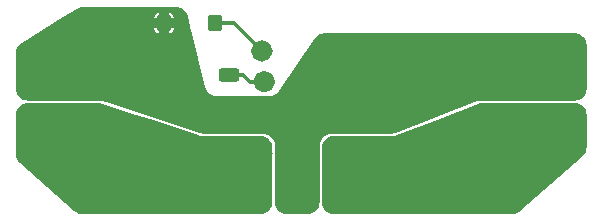
<source format=gbr>
%TF.GenerationSoftware,KiCad,Pcbnew,9.0.0-rc3*%
%TF.CreationDate,2025-03-08T22:35:06-05:00*%
%TF.ProjectId,reggie_jig,72656767-6965-45f6-9a69-672e6b696361,rev?*%
%TF.SameCoordinates,Original*%
%TF.FileFunction,Copper,L1,Top*%
%TF.FilePolarity,Positive*%
%FSLAX46Y46*%
G04 Gerber Fmt 4.6, Leading zero omitted, Abs format (unit mm)*
G04 Created by KiCad (PCBNEW 9.0.0-rc3) date 2025-03-08 22:35:06*
%MOMM*%
%LPD*%
G01*
G04 APERTURE LIST*
G04 Aperture macros list*
%AMRoundRect*
0 Rectangle with rounded corners*
0 $1 Rounding radius*
0 $2 $3 $4 $5 $6 $7 $8 $9 X,Y pos of 4 corners*
0 Add a 4 corners polygon primitive as box body*
4,1,4,$2,$3,$4,$5,$6,$7,$8,$9,$2,$3,0*
0 Add four circle primitives for the rounded corners*
1,1,$1+$1,$2,$3*
1,1,$1+$1,$4,$5*
1,1,$1+$1,$6,$7*
1,1,$1+$1,$8,$9*
0 Add four rect primitives between the rounded corners*
20,1,$1+$1,$2,$3,$4,$5,0*
20,1,$1+$1,$4,$5,$6,$7,0*
20,1,$1+$1,$6,$7,$8,$9,0*
20,1,$1+$1,$8,$9,$2,$3,0*%
G04 Aperture macros list end*
%TA.AperFunction,Conductor*%
%ADD10C,0.905000*%
%TD*%
%TA.AperFunction,SMDPad,CuDef*%
%ADD11RoundRect,0.250000X-0.365000X-0.430000X0.365000X-0.430000X0.365000X0.430000X-0.365000X0.430000X0*%
%TD*%
%TA.AperFunction,SMDPad,CuDef*%
%ADD12RoundRect,0.250000X-0.625000X0.312500X-0.625000X-0.312500X0.625000X-0.312500X0.625000X0.312500X0*%
%TD*%
%TA.AperFunction,ViaPad*%
%ADD13C,4.000000*%
%TD*%
%TA.AperFunction,Conductor*%
%ADD14C,0.300000*%
%TD*%
G04 APERTURE END LIST*
%TO.N,EN*%
D10*
X125852500Y-111100000D02*
G75*
G02*
X124947500Y-111100000I-452500J0D01*
G01*
X124947500Y-111100000D02*
G75*
G02*
X125852500Y-111100000I452500J0D01*
G01*
%TO.N,GND*%
X127852500Y-119800000D02*
G75*
G02*
X126947500Y-119800000I-452500J0D01*
G01*
X126947500Y-119800000D02*
G75*
G02*
X127852500Y-119800000I452500J0D01*
G01*
%TO.N,VOUT*%
X131852500Y-119800000D02*
G75*
G02*
X130947500Y-119800000I-452500J0D01*
G01*
X130947500Y-119800000D02*
G75*
G02*
X131852500Y-119800000I452500J0D01*
G01*
%TO.N,FB*%
X126052500Y-113700000D02*
G75*
G02*
X125147500Y-113700000I-452500J0D01*
G01*
X125147500Y-113700000D02*
G75*
G02*
X126052500Y-113700000I452500J0D01*
G01*
%TO.N,GND*%
X129852500Y-119800000D02*
G75*
G02*
X128947500Y-119800000I-452500J0D01*
G01*
X128947500Y-119800000D02*
G75*
G02*
X129852500Y-119800000I452500J0D01*
G01*
%TO.N,VIN*%
X125852500Y-119800000D02*
G75*
G02*
X124947500Y-119800000I-452500J0D01*
G01*
X124947500Y-119800000D02*
G75*
G02*
X125852500Y-119800000I452500J0D01*
G01*
%TD*%
D11*
%TO.P,REF\u002A\u002A,1*%
%TO.N,GND*%
X117120000Y-108750000D03*
%TO.P,REF\u002A\u002A,2*%
%TO.N,EN*%
X121480000Y-108750000D03*
%TD*%
D12*
%TO.P,REF\u002A\u002A,1*%
%TO.N,FB*%
X122600000Y-113137500D03*
%TO.P,REF\u002A\u002A,2*%
%TO.N,GND*%
X122600000Y-116062500D03*
%TD*%
D13*
%TO.N,VOUT*%
X149800000Y-118500000D03*
%TO.N,GND*%
X149800000Y-112500000D03*
%TO.N,VIN*%
X107800000Y-118500000D03*
%TO.N,GND*%
X107800000Y-112500000D03*
%TD*%
D14*
%TO.N,FB*%
X124400000Y-113700000D02*
X125600000Y-113700000D01*
X123837500Y-113137500D02*
X124400000Y-113700000D01*
X122600000Y-113137500D02*
X123837500Y-113137500D01*
%TO.N,EN*%
X123050000Y-108750000D02*
X121480000Y-108750000D01*
X125400000Y-111100000D02*
X123050000Y-108750000D01*
%TD*%
%TA.AperFunction,Conductor*%
%TO.N,VOUT*%
G36*
X152088968Y-115518612D02*
G01*
X152100975Y-115521000D01*
X152276799Y-115574335D01*
X152288109Y-115579020D01*
X152450139Y-115665627D01*
X152460327Y-115672434D01*
X152602348Y-115788988D01*
X152611011Y-115797651D01*
X152727565Y-115939672D01*
X152734372Y-115949860D01*
X152820977Y-116111886D01*
X152825666Y-116123205D01*
X152878998Y-116299020D01*
X152881388Y-116311037D01*
X152899699Y-116496943D01*
X152900000Y-116503069D01*
X152900000Y-119226959D01*
X152899650Y-119233561D01*
X152878389Y-119433723D01*
X152875616Y-119446630D01*
X152813821Y-119634704D01*
X152808398Y-119646742D01*
X152708477Y-119817636D01*
X152700647Y-119828266D01*
X152564803Y-119976823D01*
X152560090Y-119981458D01*
X147285861Y-124647123D01*
X147281468Y-124650668D01*
X147142607Y-124752706D01*
X147132937Y-124758545D01*
X146980529Y-124832665D01*
X146969962Y-124836668D01*
X146806709Y-124882131D01*
X146795592Y-124884166D01*
X146623989Y-124899744D01*
X146618339Y-124900000D01*
X131503070Y-124900000D01*
X131496944Y-124899699D01*
X131311037Y-124881388D01*
X131299020Y-124878998D01*
X131123205Y-124825666D01*
X131111886Y-124820977D01*
X130949860Y-124734372D01*
X130939672Y-124727565D01*
X130797651Y-124611011D01*
X130788988Y-124602348D01*
X130672434Y-124460327D01*
X130665627Y-124450139D01*
X130579022Y-124288113D01*
X130574335Y-124276799D01*
X130521000Y-124100975D01*
X130518611Y-124088962D01*
X130503850Y-123939092D01*
X130503851Y-123926832D01*
X130504209Y-123923199D01*
X130504951Y-123913141D01*
X130505252Y-123907015D01*
X130505500Y-123896930D01*
X130505500Y-119926646D01*
X130504866Y-119910515D01*
X130504421Y-119904861D01*
X130504999Y-119890167D01*
X130505499Y-119887009D01*
X130505500Y-119887004D01*
X130505500Y-119712999D01*
X130505500Y-119712995D01*
X130504997Y-119709824D01*
X130504420Y-119695139D01*
X130504867Y-119689462D01*
X130505500Y-119673344D01*
X130505500Y-119247227D01*
X130505801Y-119241101D01*
X130507194Y-119226959D01*
X130518612Y-119111031D01*
X130520999Y-119099026D01*
X130574336Y-118923196D01*
X130579018Y-118911893D01*
X130665630Y-118749855D01*
X130672430Y-118739677D01*
X130788989Y-118597649D01*
X130797651Y-118588988D01*
X130939677Y-118472430D01*
X130949855Y-118465630D01*
X131111893Y-118379018D01*
X131123196Y-118374336D01*
X131299026Y-118320999D01*
X131311031Y-118318612D01*
X131441102Y-118305800D01*
X131447228Y-118305500D01*
X136409510Y-118305500D01*
X136418972Y-118305281D01*
X136418986Y-118305280D01*
X136419001Y-118305280D01*
X136424788Y-118305012D01*
X136434309Y-118304349D01*
X136610024Y-118288009D01*
X136610031Y-118288008D01*
X136610034Y-118288008D01*
X136628854Y-118285373D01*
X136628861Y-118285371D01*
X136628888Y-118285368D01*
X136640263Y-118283234D01*
X136658800Y-118278859D01*
X136658837Y-118278848D01*
X136658851Y-118278845D01*
X136828474Y-118230405D01*
X136828492Y-118230400D01*
X136837612Y-118227565D01*
X136843103Y-118225717D01*
X136852037Y-118222478D01*
X140446724Y-116824543D01*
X143724419Y-115567345D01*
X143729830Y-115565550D01*
X143897576Y-115518276D01*
X143908811Y-115516196D01*
X144022450Y-115505762D01*
X144028165Y-115505500D01*
X151896932Y-115505500D01*
X151898370Y-115505464D01*
X151907015Y-115505252D01*
X151913141Y-115504951D01*
X151923199Y-115504209D01*
X151926833Y-115503850D01*
X151939078Y-115503849D01*
X152088968Y-115518612D01*
G37*
%TD.AperFunction*%
%TD*%
%TA.AperFunction,Conductor*%
%TO.N,VIN*%
G36*
X105573166Y-115503850D02*
G01*
X105576801Y-115504209D01*
X105586859Y-115504951D01*
X105592985Y-115505252D01*
X105601518Y-115505461D01*
X105603068Y-115505500D01*
X105603070Y-115505500D01*
X111628877Y-115505500D01*
X111633842Y-115505697D01*
X111760336Y-115515781D01*
X111770131Y-115517351D01*
X111893472Y-115547359D01*
X111898234Y-115548721D01*
X114776763Y-116496943D01*
X115972215Y-116890739D01*
X115972424Y-116890808D01*
X120046050Y-118248683D01*
X120202095Y-118287087D01*
X120362278Y-118300000D01*
X120380816Y-118300000D01*
X120385784Y-118300198D01*
X120441619Y-118304650D01*
X120441638Y-118304651D01*
X120441649Y-118304652D01*
X120449796Y-118305139D01*
X120454763Y-118305337D01*
X120462948Y-118305500D01*
X125352772Y-118305500D01*
X125358897Y-118305800D01*
X125488966Y-118318611D01*
X125500975Y-118321000D01*
X125676799Y-118374335D01*
X125688109Y-118379020D01*
X125850139Y-118465627D01*
X125860327Y-118472434D01*
X126002348Y-118588988D01*
X126011011Y-118597651D01*
X126127565Y-118739672D01*
X126134372Y-118749860D01*
X126220977Y-118911886D01*
X126225666Y-118923205D01*
X126278998Y-119099020D01*
X126281388Y-119111037D01*
X126294199Y-119241101D01*
X126294500Y-119247227D01*
X126294500Y-119673344D01*
X126295133Y-119689475D01*
X126295579Y-119695139D01*
X126295004Y-119709812D01*
X126294500Y-119712992D01*
X126294500Y-119887010D01*
X126295003Y-119890190D01*
X126295579Y-119904856D01*
X126295133Y-119910518D01*
X126294500Y-119926648D01*
X126294500Y-123896931D01*
X126294747Y-123907004D01*
X126295048Y-123913129D01*
X126295793Y-123923228D01*
X126296150Y-123926850D01*
X126296149Y-123939091D01*
X126281388Y-124088962D01*
X126278998Y-124100979D01*
X126225666Y-124276794D01*
X126220977Y-124288113D01*
X126134372Y-124450139D01*
X126127565Y-124460327D01*
X126011011Y-124602348D01*
X126002348Y-124611011D01*
X125860327Y-124727565D01*
X125850139Y-124734372D01*
X125688113Y-124820977D01*
X125676794Y-124825666D01*
X125500979Y-124878998D01*
X125488962Y-124881388D01*
X125303056Y-124899699D01*
X125296930Y-124900000D01*
X110181661Y-124900000D01*
X110176011Y-124899744D01*
X110004407Y-124884166D01*
X109993291Y-124882131D01*
X109964347Y-124874071D01*
X109830037Y-124836668D01*
X109819470Y-124832665D01*
X109667062Y-124758545D01*
X109657396Y-124752709D01*
X109518520Y-124650660D01*
X109514144Y-124647128D01*
X104939903Y-120600684D01*
X104935202Y-120596060D01*
X104799351Y-120447496D01*
X104791522Y-120436867D01*
X104691601Y-120265973D01*
X104686178Y-120253935D01*
X104624381Y-120065855D01*
X104621611Y-120052958D01*
X104600350Y-119852791D01*
X104600000Y-119846190D01*
X104600000Y-116503069D01*
X104600301Y-116496943D01*
X104618612Y-116311031D01*
X104620999Y-116299026D01*
X104674336Y-116123196D01*
X104679018Y-116111893D01*
X104765630Y-115949855D01*
X104772430Y-115939677D01*
X104888989Y-115797649D01*
X104897651Y-115788988D01*
X105039677Y-115672430D01*
X105049855Y-115665630D01*
X105211893Y-115579018D01*
X105223196Y-115574336D01*
X105399026Y-115520999D01*
X105411029Y-115518612D01*
X105560921Y-115503849D01*
X105573166Y-115503850D01*
G37*
%TD.AperFunction*%
%TD*%
%TA.AperFunction,Conductor*%
%TO.N,GND*%
G36*
X118170571Y-107400283D02*
G01*
X118351253Y-107417569D01*
X118362929Y-107419824D01*
X118534185Y-107470206D01*
X118545225Y-107474635D01*
X118703821Y-107556573D01*
X118713820Y-107563014D01*
X118801598Y-107632218D01*
X118854001Y-107673533D01*
X118862605Y-107681760D01*
X118979286Y-107816847D01*
X118986174Y-107826556D01*
X119075127Y-107981316D01*
X119080049Y-107992154D01*
X119139021Y-108163807D01*
X119140686Y-108169528D01*
X119356987Y-109070782D01*
X119501990Y-109674960D01*
X120572010Y-114133373D01*
X120633893Y-114313500D01*
X120728804Y-114478626D01*
X120728811Y-114478636D01*
X120853302Y-114622764D01*
X121002868Y-114740682D01*
X121002869Y-114740683D01*
X121002871Y-114740684D01*
X121172083Y-114828107D01*
X121354801Y-114881862D01*
X121544397Y-114900000D01*
X126070372Y-114900000D01*
X126070373Y-114900000D01*
X126263970Y-114881081D01*
X126450242Y-114825040D01*
X126622140Y-114733998D01*
X126773161Y-114611399D01*
X126897590Y-114461883D01*
X129900706Y-110040626D01*
X129904354Y-110035781D01*
X130022936Y-109893291D01*
X130031574Y-109884757D01*
X130173124Y-109769846D01*
X130183255Y-109763144D01*
X130344365Y-109677816D01*
X130355605Y-109673201D01*
X130530182Y-109620678D01*
X130542104Y-109618325D01*
X130726599Y-109600295D01*
X130732678Y-109600000D01*
X151896930Y-109600000D01*
X151903056Y-109600301D01*
X152088966Y-109618611D01*
X152100975Y-109621000D01*
X152276799Y-109674335D01*
X152288109Y-109679020D01*
X152445490Y-109763142D01*
X152450139Y-109765627D01*
X152460327Y-109772434D01*
X152602348Y-109888988D01*
X152611011Y-109897651D01*
X152727565Y-110039672D01*
X152734372Y-110049860D01*
X152820977Y-110211886D01*
X152825666Y-110223205D01*
X152878998Y-110399020D01*
X152881388Y-110411037D01*
X152899699Y-110596943D01*
X152900000Y-110603069D01*
X152900000Y-114296930D01*
X152899699Y-114303056D01*
X152881388Y-114488962D01*
X152878998Y-114500979D01*
X152825666Y-114676794D01*
X152820977Y-114688113D01*
X152734372Y-114850139D01*
X152727565Y-114860327D01*
X152611011Y-115002348D01*
X152602348Y-115011011D01*
X152460327Y-115127565D01*
X152450139Y-115134372D01*
X152288113Y-115220977D01*
X152276794Y-115225666D01*
X152100979Y-115278998D01*
X152088962Y-115281388D01*
X151903056Y-115299699D01*
X151896930Y-115300000D01*
X143987601Y-115300000D01*
X143895409Y-115308573D01*
X143803215Y-115317146D01*
X143687447Y-115350206D01*
X143625157Y-115367994D01*
X143625155Y-115367994D01*
X143625154Y-115367995D01*
X143625140Y-115368000D01*
X136777554Y-118030951D01*
X136772063Y-118032799D01*
X136602371Y-118081258D01*
X136590996Y-118083392D01*
X136415281Y-118099732D01*
X136409494Y-118100000D01*
X131300000Y-118100000D01*
X131230035Y-118106891D01*
X131104913Y-118119214D01*
X131104908Y-118119215D01*
X130917321Y-118176118D01*
X130744435Y-118268526D01*
X130744429Y-118268530D01*
X130592893Y-118392893D01*
X130468530Y-118544429D01*
X130468526Y-118544435D01*
X130376118Y-118717321D01*
X130319215Y-118904908D01*
X130319214Y-118904913D01*
X130300000Y-119100004D01*
X130300000Y-119673347D01*
X130299231Y-119683124D01*
X130294500Y-119712993D01*
X130294500Y-119887013D01*
X130299230Y-119916867D01*
X130300000Y-119926646D01*
X130300000Y-123896930D01*
X130299699Y-123903056D01*
X130281388Y-124088962D01*
X130278998Y-124100979D01*
X130225666Y-124276794D01*
X130220977Y-124288113D01*
X130134372Y-124450139D01*
X130127565Y-124460327D01*
X130011011Y-124602348D01*
X130002348Y-124611011D01*
X129860327Y-124727565D01*
X129850139Y-124734372D01*
X129688113Y-124820977D01*
X129676794Y-124825666D01*
X129500979Y-124878998D01*
X129488962Y-124881388D01*
X129303056Y-124899699D01*
X129296930Y-124900000D01*
X127503070Y-124900000D01*
X127496944Y-124899699D01*
X127311037Y-124881388D01*
X127299020Y-124878998D01*
X127123205Y-124825666D01*
X127111886Y-124820977D01*
X126949860Y-124734372D01*
X126939672Y-124727565D01*
X126797651Y-124611011D01*
X126788988Y-124602348D01*
X126672434Y-124460327D01*
X126665627Y-124450139D01*
X126579022Y-124288113D01*
X126574335Y-124276799D01*
X126521000Y-124100975D01*
X126518611Y-124088962D01*
X126500301Y-123903056D01*
X126500000Y-123896930D01*
X126500000Y-119926646D01*
X126500770Y-119916867D01*
X126505499Y-119887013D01*
X126505500Y-119887002D01*
X126505500Y-119712997D01*
X126505500Y-119712995D01*
X126500769Y-119683124D01*
X126500000Y-119673347D01*
X126500000Y-119100004D01*
X126480785Y-118904913D01*
X126480785Y-118904910D01*
X126423880Y-118717317D01*
X126331470Y-118544430D01*
X126207107Y-118392893D01*
X126055570Y-118268530D01*
X126055564Y-118268526D01*
X125962020Y-118218526D01*
X125882683Y-118176120D01*
X125882680Y-118176119D01*
X125882678Y-118176118D01*
X125695091Y-118119215D01*
X125695086Y-118119214D01*
X125576856Y-118107569D01*
X125500000Y-118100000D01*
X125499996Y-118100000D01*
X120462948Y-118100000D01*
X120457981Y-118099802D01*
X120306992Y-118087764D01*
X120297187Y-118086191D01*
X120149980Y-118050375D01*
X120145233Y-118049018D01*
X111952414Y-115350206D01*
X111952409Y-115350205D01*
X111797973Y-115312631D01*
X111797967Y-115312630D01*
X111797961Y-115312629D01*
X111797963Y-115312629D01*
X111639538Y-115300000D01*
X111639535Y-115300000D01*
X105603070Y-115300000D01*
X105596944Y-115299699D01*
X105411037Y-115281388D01*
X105399020Y-115278998D01*
X105223205Y-115225666D01*
X105211886Y-115220977D01*
X105049860Y-115134372D01*
X105039672Y-115127565D01*
X104897651Y-115011011D01*
X104888988Y-115002348D01*
X104772434Y-114860327D01*
X104765627Y-114850139D01*
X104707122Y-114740684D01*
X104679020Y-114688109D01*
X104674335Y-114676799D01*
X104621000Y-114500975D01*
X104618611Y-114488962D01*
X104617593Y-114478628D01*
X104600301Y-114303056D01*
X104600000Y-114296930D01*
X104600000Y-111264035D01*
X104600326Y-111257657D01*
X104620173Y-111064174D01*
X104622759Y-111051702D01*
X104680506Y-110869343D01*
X104685578Y-110857641D01*
X104779143Y-110690810D01*
X104786472Y-110680396D01*
X104911966Y-110536028D01*
X104921271Y-110527309D01*
X105076008Y-110409489D01*
X105081279Y-110405885D01*
X105082875Y-110404910D01*
X106998568Y-109234208D01*
X116305001Y-109234208D01*
X116307850Y-109264604D01*
X116352654Y-109392646D01*
X116352654Y-109392647D01*
X116433208Y-109501791D01*
X116542353Y-109582345D01*
X116670392Y-109627148D01*
X116670397Y-109627149D01*
X116700799Y-109629999D01*
X116720000Y-109629999D01*
X117520000Y-109629999D01*
X117539208Y-109629999D01*
X117569604Y-109627149D01*
X117697646Y-109582345D01*
X117697647Y-109582345D01*
X117806791Y-109501791D01*
X117887345Y-109392647D01*
X117887345Y-109392646D01*
X117932148Y-109264607D01*
X117932149Y-109264602D01*
X117935000Y-109234199D01*
X117935000Y-109150000D01*
X117520000Y-109150000D01*
X117520000Y-109629999D01*
X116720000Y-109629999D01*
X116720000Y-109150000D01*
X116305001Y-109150000D01*
X116305001Y-109234208D01*
X106998568Y-109234208D01*
X108583235Y-108265800D01*
X116305000Y-108265800D01*
X116305000Y-108350000D01*
X116720000Y-108350000D01*
X117520000Y-108350000D01*
X117934999Y-108350000D01*
X117934999Y-108265791D01*
X117932149Y-108235395D01*
X117887345Y-108107353D01*
X117887345Y-108107352D01*
X117806791Y-107998208D01*
X117697646Y-107917654D01*
X117569607Y-107872851D01*
X117569602Y-107872850D01*
X117539199Y-107870000D01*
X117520000Y-107870000D01*
X117520000Y-108350000D01*
X116720000Y-108350000D01*
X116720000Y-107870000D01*
X116700800Y-107870000D01*
X116670395Y-107872850D01*
X116542353Y-107917654D01*
X116542352Y-107917654D01*
X116433208Y-107998208D01*
X116352654Y-108107352D01*
X116352654Y-108107353D01*
X116307851Y-108235392D01*
X116307850Y-108235397D01*
X116305000Y-108265800D01*
X108583235Y-108265800D01*
X109757479Y-107548206D01*
X109762473Y-107545460D01*
X109918632Y-107468649D01*
X109929269Y-107464576D01*
X110094027Y-107418220D01*
X110105229Y-107416148D01*
X110278519Y-107400260D01*
X110284225Y-107400000D01*
X118164620Y-107400000D01*
X118170571Y-107400283D01*
G37*
%TD.AperFunction*%
%TD*%
M02*

</source>
